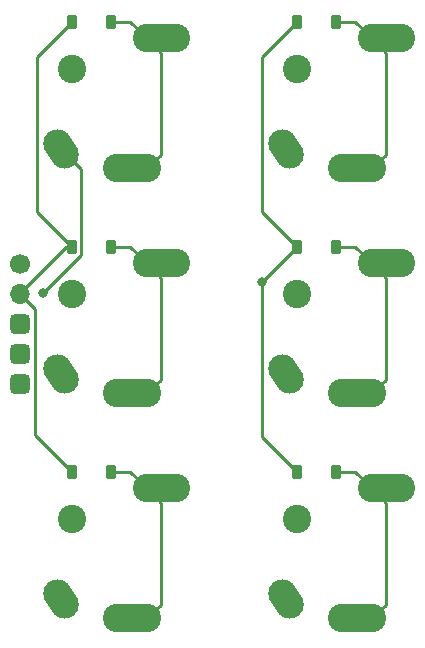
<source format=gbl>
G04 #@! TF.GenerationSoftware,KiCad,Pcbnew,7.0.5*
G04 #@! TF.CreationDate,2023-07-24T08:39:40+08:00*
G04 #@! TF.ProjectId,RB,52422e6b-6963-4616-945f-706362585858,rev?*
G04 #@! TF.SameCoordinates,Original*
G04 #@! TF.FileFunction,Copper,L2,Bot*
G04 #@! TF.FilePolarity,Positive*
%FSLAX46Y46*%
G04 Gerber Fmt 4.6, Leading zero omitted, Abs format (unit mm)*
G04 Created by KiCad (PCBNEW 7.0.5) date 2023-07-24 08:39:40*
%MOMM*%
%LPD*%
G01*
G04 APERTURE LIST*
G04 Aperture macros list*
%AMRoundRect*
0 Rectangle with rounded corners*
0 $1 Rounding radius*
0 $2 $3 $4 $5 $6 $7 $8 $9 X,Y pos of 4 corners*
0 Add a 4 corners polygon primitive as box body*
4,1,4,$2,$3,$4,$5,$6,$7,$8,$9,$2,$3,0*
0 Add four circle primitives for the rounded corners*
1,1,$1+$1,$2,$3*
1,1,$1+$1,$4,$5*
1,1,$1+$1,$6,$7*
1,1,$1+$1,$8,$9*
0 Add four rect primitives between the rounded corners*
20,1,$1+$1,$2,$3,$4,$5,0*
20,1,$1+$1,$4,$5,$6,$7,0*
20,1,$1+$1,$6,$7,$8,$9,0*
20,1,$1+$1,$8,$9,$2,$3,0*%
%AMHorizOval*
0 Thick line with rounded ends*
0 $1 width*
0 $2 $3 position (X,Y) of the first rounded end (center of the circle)*
0 $4 $5 position (X,Y) of the second rounded end (center of the circle)*
0 Add line between two ends*
20,1,$1,$2,$3,$4,$5,0*
0 Add two circle primitives to create the rounded ends*
1,1,$1,$2,$3*
1,1,$1,$4,$5*%
%AMOutline4P*
0 Free polygon, 4 corners , with rotation*
0 The origin of the aperture is its center*
0 number of corners: always 4*
0 $1 to $8 corner X, Y*
0 $9 Rotation angle, in degrees counterclockwise*
0 create outline with 4 corners*
4,1,4,$1,$2,$3,$4,$5,$6,$7,$8,$1,$2,$9*%
G04 Aperture macros list end*
G04 #@! TA.AperFunction,ComponentPad*
%ADD10HorizOval,2.400000X-0.305164X0.457575X0.305164X-0.457575X0*%
G04 #@! TD*
G04 #@! TA.AperFunction,ComponentPad*
%ADD11C,2.400000*%
G04 #@! TD*
G04 #@! TA.AperFunction,SMDPad,CuDef*
%ADD12Outline4P,-1.150000X-1.200000X1.150000X-1.200000X1.150000X1.200000X-1.150000X1.200000X0.000000*%
G04 #@! TD*
G04 #@! TA.AperFunction,SMDPad,CuDef*
%ADD13Outline4P,-1.200000X-1.200000X1.200000X-1.200000X1.200000X1.200000X-1.200000X1.200000X0.000000*%
G04 #@! TD*
G04 #@! TA.AperFunction,ComponentPad*
%ADD14C,1.700000*%
G04 #@! TD*
G04 #@! TA.AperFunction,ComponentPad*
%ADD15O,1.700000X1.700000*%
G04 #@! TD*
G04 #@! TA.AperFunction,ComponentPad*
%ADD16RoundRect,0.425000X-0.425000X-0.425000X0.425000X-0.425000X0.425000X0.425000X-0.425000X0.425000X0*%
G04 #@! TD*
G04 #@! TA.AperFunction,SMDPad,CuDef*
%ADD17RoundRect,0.225000X-0.225000X-0.375000X0.225000X-0.375000X0.225000X0.375000X-0.225000X0.375000X0*%
G04 #@! TD*
G04 #@! TA.AperFunction,ViaPad*
%ADD18C,0.800000*%
G04 #@! TD*
G04 #@! TA.AperFunction,Conductor*
%ADD19C,0.250000*%
G04 #@! TD*
G04 APERTURE END LIST*
D10*
X137410000Y-58680000D03*
D11*
X138300000Y-51890000D03*
X142110000Y-60330000D03*
D12*
X143410000Y-60330000D03*
D11*
X144650000Y-49330000D03*
X144710000Y-60330000D03*
D13*
X145880000Y-49330000D03*
D11*
X147110000Y-49330000D03*
D10*
X118360000Y-58680000D03*
D11*
X119250000Y-51890000D03*
X123060000Y-60330000D03*
D12*
X124360000Y-60330000D03*
D11*
X125600000Y-49330000D03*
X125660000Y-60330000D03*
D13*
X126830000Y-49330000D03*
D11*
X128060000Y-49330000D03*
D10*
X118360000Y-96780000D03*
D11*
X119250000Y-89990000D03*
X123060000Y-98430000D03*
D12*
X124360000Y-98430000D03*
D11*
X125600000Y-87430000D03*
X125660000Y-98430000D03*
D13*
X126830000Y-87430000D03*
D11*
X128060000Y-87430000D03*
D10*
X137410000Y-77730000D03*
D11*
X138300000Y-70940000D03*
X142110000Y-79380000D03*
D12*
X143410000Y-79380000D03*
D11*
X144650000Y-68380000D03*
X144710000Y-79380000D03*
D13*
X145880000Y-68380000D03*
D11*
X147110000Y-68380000D03*
D10*
X137410000Y-96780000D03*
D11*
X138300000Y-89990000D03*
X142110000Y-98430000D03*
D12*
X143410000Y-98430000D03*
D11*
X144650000Y-87430000D03*
X144710000Y-98430000D03*
D13*
X145880000Y-87430000D03*
D11*
X147110000Y-87430000D03*
D10*
X118360000Y-77730000D03*
D11*
X119250000Y-70940000D03*
X123060000Y-79380000D03*
D12*
X124360000Y-79380000D03*
D11*
X125600000Y-68380000D03*
X125660000Y-79380000D03*
D13*
X126830000Y-68380000D03*
D11*
X128060000Y-68380000D03*
D14*
X114900000Y-68400000D03*
D15*
X114900000Y-70940000D03*
D16*
X114900000Y-73480000D03*
X114900000Y-76020000D03*
X114900000Y-78560000D03*
D17*
X119280000Y-66990000D03*
X122580000Y-66990000D03*
X138330000Y-86040000D03*
X141630000Y-86040000D03*
X119280000Y-86040000D03*
X122580000Y-86040000D03*
X119280000Y-47940000D03*
X122580000Y-47940000D03*
X138330000Y-66990000D03*
X141630000Y-66990000D03*
X138330000Y-47940000D03*
X141630000Y-47940000D03*
D18*
X135335000Y-69985000D03*
X116810000Y-70880000D03*
D19*
X125600000Y-49330000D02*
X126800000Y-50530000D01*
X126800000Y-50530000D02*
X126800000Y-59190000D01*
X126800000Y-59190000D02*
X125660000Y-60330000D01*
X124210000Y-47940000D02*
X125600000Y-49330000D01*
X122580000Y-47940000D02*
X124210000Y-47940000D01*
X145850000Y-59190000D02*
X144710000Y-60330000D01*
X143260000Y-47940000D02*
X144650000Y-49330000D01*
X141630000Y-47940000D02*
X143260000Y-47940000D01*
X144650000Y-49330000D02*
X145850000Y-50530000D01*
X145850000Y-50530000D02*
X145850000Y-59190000D01*
X125600000Y-68380000D02*
X126800000Y-69580000D01*
X126800000Y-78240000D02*
X125660000Y-79380000D01*
X124210000Y-66990000D02*
X125600000Y-68380000D01*
X122580000Y-66990000D02*
X124210000Y-66990000D01*
X126800000Y-69580000D02*
X126800000Y-78240000D01*
X141630000Y-66990000D02*
X143260000Y-66990000D01*
X143260000Y-66990000D02*
X144650000Y-68380000D01*
X145850000Y-78240000D02*
X144710000Y-79380000D01*
X145850000Y-69580000D02*
X145850000Y-78240000D01*
X144650000Y-68380000D02*
X145850000Y-69580000D01*
X125600000Y-87430000D02*
X126800000Y-88630000D01*
X126800000Y-97290000D02*
X125660000Y-98430000D01*
X124210000Y-86040000D02*
X125600000Y-87430000D01*
X122580000Y-86040000D02*
X124210000Y-86040000D01*
X126800000Y-88630000D02*
X126800000Y-97290000D01*
X144650000Y-87430000D02*
X145850000Y-88630000D01*
X145850000Y-97290000D02*
X144710000Y-98430000D01*
X141630000Y-86040000D02*
X143260000Y-86040000D01*
X145850000Y-88630000D02*
X145850000Y-97290000D01*
X143260000Y-86040000D02*
X144650000Y-87430000D01*
X135335000Y-83045000D02*
X138330000Y-86040000D01*
X138330000Y-47940000D02*
X135335000Y-50935000D01*
X138330000Y-66990000D02*
X135335000Y-69985000D01*
X135335000Y-50935000D02*
X135335000Y-63995000D01*
X135335000Y-69985000D02*
X135335000Y-83045000D01*
X135335000Y-63995000D02*
X138330000Y-66990000D01*
X119280000Y-47940000D02*
X116285000Y-50935000D01*
X114900000Y-70940000D02*
X116170000Y-72210000D01*
X116285000Y-50935000D02*
X116285000Y-63995000D01*
X118750000Y-66990000D02*
X114900000Y-70840000D01*
X114900000Y-70840000D02*
X114900000Y-70940000D01*
X116170000Y-72210000D02*
X116170000Y-82930000D01*
X116170000Y-82930000D02*
X119280000Y-86040000D01*
X116285000Y-63995000D02*
X119280000Y-66990000D01*
X119280000Y-66990000D02*
X118750000Y-66990000D01*
X120055000Y-67635000D02*
X120055000Y-60375000D01*
X116810000Y-70880000D02*
X120055000Y-67635000D01*
X120055000Y-60375000D02*
X118360000Y-58680000D01*
M02*

</source>
